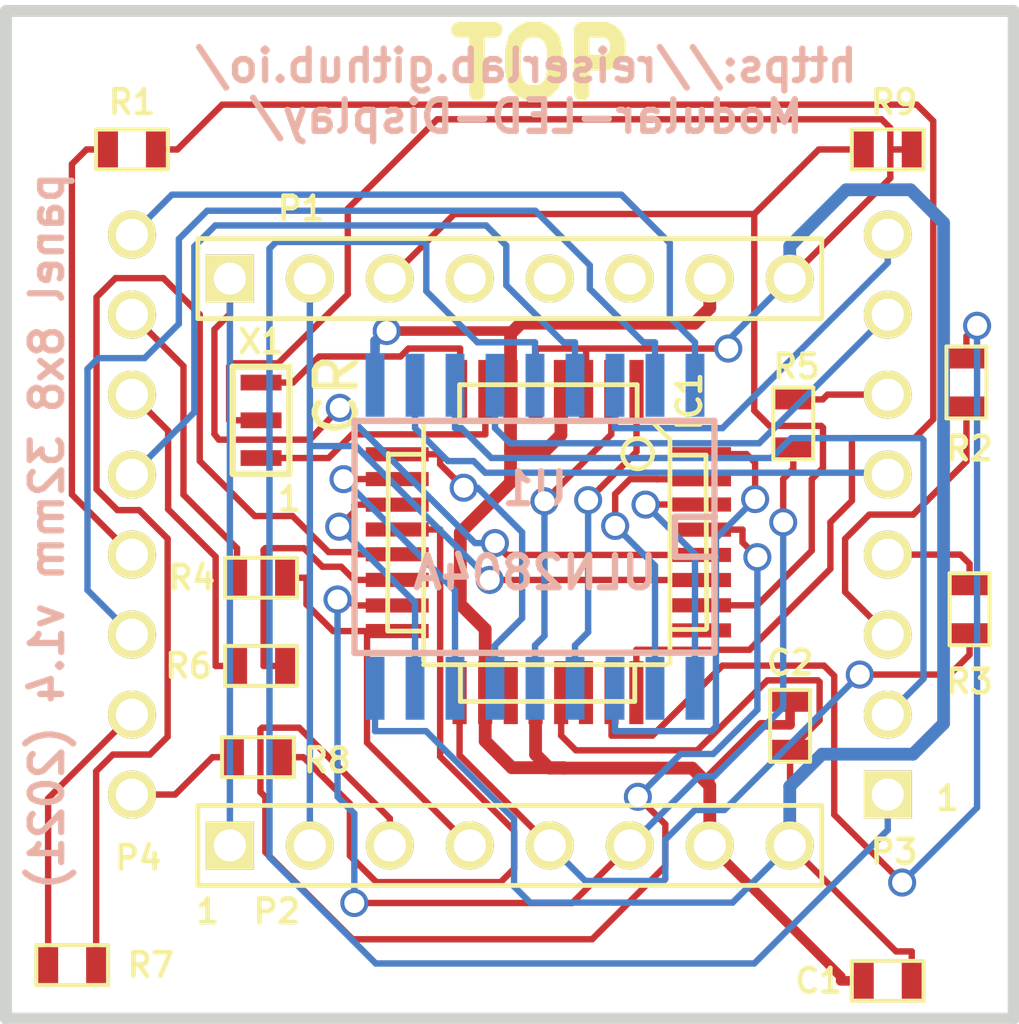
<source format=kicad_pcb>
(kicad_pcb (version 20171130) (host pcbnew 5.1.10)

  (general
    (thickness 1.6002)
    (drawings 12)
    (tracks 407)
    (zones 0)
    (modules 17)
    (nets 41)
  )

  (page A4)
  (title_block
    (date "2 apr 2013")
  )

  (layers
    (0 Front signal)
    (31 Back signal)
    (32 B.Adhes user)
    (33 F.Adhes user)
    (34 B.Paste user)
    (35 F.Paste user)
    (36 B.SilkS user)
    (37 F.SilkS user)
    (38 B.Mask user)
    (39 F.Mask user)
    (40 Dwgs.User user)
    (41 Cmts.User user)
    (42 Eco1.User user)
    (43 Eco2.User user)
    (44 Edge.Cuts user)
  )

  (setup
    (last_trace_width 0.2032)
    (trace_clearance 0.2286)
    (zone_clearance 0.508)
    (zone_45_only no)
    (trace_min 0.2032)
    (via_size 0.889)
    (via_drill 0.635)
    (via_min_size 0.889)
    (via_min_drill 0.508)
    (uvia_size 0.508)
    (uvia_drill 0.127)
    (uvias_allowed no)
    (uvia_min_size 0.508)
    (uvia_min_drill 0.127)
    (edge_width 0.381)
    (segment_width 0.381)
    (pcb_text_width 0.3048)
    (pcb_text_size 1.524 2.032)
    (mod_edge_width 0.2032)
    (mod_text_size 1.524 1.524)
    (mod_text_width 0.1524)
    (pad_size 0.59944 1.99898)
    (pad_drill 0)
    (pad_to_mask_clearance 0.254)
    (aux_axis_origin 0 0)
    (visible_elements FFFFFF7F)
    (pcbplotparams
      (layerselection 0x010f0_ffffffff)
      (usegerberextensions true)
      (usegerberattributes true)
      (usegerberadvancedattributes true)
      (creategerberjobfile true)
      (excludeedgelayer true)
      (linewidth 0.150000)
      (plotframeref false)
      (viasonmask false)
      (mode 1)
      (useauxorigin false)
      (hpglpennumber 1)
      (hpglpenspeed 20)
      (hpglpendiameter 15.000000)
      (psnegative false)
      (psa4output false)
      (plotreference true)
      (plotvalue true)
      (plotinvisibletext false)
      (padsonsilk false)
      (subtractmaskfromsilk false)
      (outputformat 1)
      (mirror false)
      (drillshape 0)
      (scaleselection 1)
      (outputdirectory "production_v1/"))
  )

  (net 0 "")
  (net 1 GND)
  (net 2 N-000004)
  (net 3 N-000005)
  (net 4 N-000008)
  (net 5 N-000009)
  (net 6 N-000013)
  (net 7 N-000014)
  (net 8 N-000015)
  (net 9 N-000016)
  (net 10 N-000017)
  (net 11 N-000018)
  (net 12 N-000019)
  (net 13 N-000020)
  (net 14 N-000021)
  (net 15 N-000022)
  (net 16 N-000023)
  (net 17 N-000024)
  (net 18 N-000025)
  (net 19 N-000026)
  (net 20 N-000027)
  (net 21 N-000028)
  (net 22 N-000029)
  (net 23 N-000030)
  (net 24 N-000031)
  (net 25 N-000032)
  (net 26 N-000033)
  (net 27 N-000034)
  (net 28 N-000035)
  (net 29 N-000036)
  (net 30 N-000037)
  (net 31 N-000038)
  (net 32 N-000039)
  (net 33 N-000040)
  (net 34 N-000041)
  (net 35 N-000042)
  (net 36 N-000043)
  (net 37 N-000044)
  (net 38 N-000045)
  (net 39 N-000046)
  (net 40 VCC)

  (net_class Default "This is the default net class."
    (clearance 0.2286)
    (trace_width 0.2032)
    (via_dia 0.889)
    (via_drill 0.635)
    (uvia_dia 0.508)
    (uvia_drill 0.127)
    (add_net N-000004)
    (add_net N-000005)
    (add_net N-000008)
    (add_net N-000009)
    (add_net N-000013)
    (add_net N-000014)
    (add_net N-000015)
    (add_net N-000016)
    (add_net N-000017)
    (add_net N-000018)
    (add_net N-000019)
    (add_net N-000020)
    (add_net N-000021)
    (add_net N-000022)
    (add_net N-000023)
    (add_net N-000024)
    (add_net N-000025)
    (add_net N-000026)
    (add_net N-000027)
    (add_net N-000028)
    (add_net N-000029)
    (add_net N-000030)
    (add_net N-000031)
    (add_net N-000032)
    (add_net N-000033)
    (add_net N-000034)
    (add_net N-000035)
    (add_net N-000036)
    (add_net N-000037)
    (add_net N-000038)
    (add_net N-000039)
    (add_net N-000040)
    (add_net N-000041)
    (add_net N-000042)
    (add_net N-000043)
    (add_net N-000044)
    (add_net N-000045)
    (add_net N-000046)
  )

  (net_class VCC ""
    (clearance 0.254)
    (trace_width 0.4064)
    (via_dia 0.889)
    (via_drill 0.635)
    (uvia_dia 0.508)
    (uvia_drill 0.127)
    (add_net GND)
    (add_net VCC)
  )

  (module SM0603 placed (layer Front) (tedit 5122DFFE) (tstamp 504E45C0)
    (at 128.00076 72.40016)
    (path /504A9F2F)
    (attr smd)
    (fp_text reference R9 (at 0.20066 -1.50114) (layer F.SilkS)
      (effects (font (size 0.7493 0.7493) (thickness 0.14986)))
    )
    (fp_text value 10K (at 0 0) (layer F.SilkS) hide
      (effects (font (size 0.7112 0.4572) (thickness 0.1143)))
    )
    (fp_line (start -1.143 -0.635) (end 1.143 -0.635) (layer F.SilkS) (width 0.127))
    (fp_line (start 1.143 -0.635) (end 1.143 0.635) (layer F.SilkS) (width 0.127))
    (fp_line (start 1.143 0.635) (end -1.143 0.635) (layer F.SilkS) (width 0.127))
    (fp_line (start -1.143 0.635) (end -1.143 -0.635) (layer F.SilkS) (width 0.127))
    (pad 1 smd rect (at -0.762 0) (size 0.635 1.143) (layers Front F.Paste F.Mask)
      (net 21 N-000028))
    (pad 2 smd rect (at 0.762 0) (size 0.635 1.143) (layers Front F.Paste F.Mask)
      (net 1 GND))
    (model smd/chip_cms.wrl
      (at (xyz 0 0 0))
      (scale (xyz 0.08 0.08 0.08))
      (rotate (xyz 0 0 0))
    )
  )

  (module SM0603 placed (layer Front) (tedit 5122E11A) (tstamp 504FCB78)
    (at 108.0008 91.69908)
    (path /504A6150)
    (attr smd)
    (fp_text reference R8 (at 2.19964 0.09906) (layer F.SilkS)
      (effects (font (size 0.7493 0.7493) (thickness 0.14986)))
    )
    (fp_text value 82 (at 0 0) (layer F.SilkS) hide
      (effects (font (size 0.7112 0.4572) (thickness 0.1143)))
    )
    (fp_line (start -1.143 -0.635) (end 1.143 -0.635) (layer F.SilkS) (width 0.127))
    (fp_line (start 1.143 -0.635) (end 1.143 0.635) (layer F.SilkS) (width 0.127))
    (fp_line (start 1.143 0.635) (end -1.143 0.635) (layer F.SilkS) (width 0.127))
    (fp_line (start -1.143 0.635) (end -1.143 -0.635) (layer F.SilkS) (width 0.127))
    (pad 1 smd rect (at -0.762 0) (size 0.635 1.143) (layers Front F.Paste F.Mask)
      (net 36 N-000043))
    (pad 2 smd rect (at 0.762 0) (size 0.635 1.143) (layers Front F.Paste F.Mask)
      (net 16 N-000023))
    (model smd/chip_cms.wrl
      (at (xyz 0 0 0))
      (scale (xyz 0.08 0.08 0.08))
      (rotate (xyz 0 0 0))
    )
  )

  (module SM0603 placed (layer Front) (tedit 512661E6) (tstamp 51030CBE)
    (at 102.10038 98.30054)
    (path /504A6174)
    (attr smd)
    (fp_text reference R7 (at 2.49936 0) (layer F.SilkS)
      (effects (font (size 0.7493 0.7493) (thickness 0.14986)))
    )
    (fp_text value 82 (at 0 0) (layer F.SilkS) hide
      (effects (font (size 0.7112 0.4572) (thickness 0.1143)))
    )
    (fp_line (start -1.143 -0.635) (end 1.143 -0.635) (layer F.SilkS) (width 0.127))
    (fp_line (start 1.143 -0.635) (end 1.143 0.635) (layer F.SilkS) (width 0.127))
    (fp_line (start 1.143 0.635) (end -1.143 0.635) (layer F.SilkS) (width 0.127))
    (fp_line (start -1.143 0.635) (end -1.143 -0.635) (layer F.SilkS) (width 0.127))
    (pad 1 smd rect (at -0.762 0) (size 0.635 1.143) (layers Front F.Paste F.Mask)
      (net 35 N-000042))
    (pad 2 smd rect (at 0.762 0) (size 0.635 1.143) (layers Front F.Paste F.Mask)
      (net 27 N-000034))
    (model smd/chip_cms.wrl
      (at (xyz 0 0 0))
      (scale (xyz 0.08 0.08 0.08))
      (rotate (xyz 0 0 0))
    )
  )

  (module SM0603 placed (layer Front) (tedit 51031380) (tstamp 504E45BA)
    (at 108.09986 88.80094)
    (path /504A61B4)
    (attr smd)
    (fp_text reference R6 (at -2.30124 0) (layer F.SilkS)
      (effects (font (size 0.7493 0.7493) (thickness 0.14986)))
    )
    (fp_text value 82 (at 0 0) (layer F.SilkS) hide
      (effects (font (size 0.7112 0.4572) (thickness 0.1143)))
    )
    (fp_line (start -1.143 -0.635) (end 1.143 -0.635) (layer F.SilkS) (width 0.127))
    (fp_line (start 1.143 -0.635) (end 1.143 0.635) (layer F.SilkS) (width 0.127))
    (fp_line (start 1.143 0.635) (end -1.143 0.635) (layer F.SilkS) (width 0.127))
    (fp_line (start -1.143 0.635) (end -1.143 -0.635) (layer F.SilkS) (width 0.127))
    (pad 1 smd rect (at -0.762 0) (size 0.635 1.143) (layers Front F.Paste F.Mask)
      (net 31 N-000038))
    (pad 2 smd rect (at 0.762 0) (size 0.635 1.143) (layers Front F.Paste F.Mask)
      (net 25 N-000032))
    (model smd/chip_cms.wrl
      (at (xyz 0 0 0))
      (scale (xyz 0.08 0.08 0.08))
      (rotate (xyz 0 0 0))
    )
  )

  (module SM0603 placed (layer Front) (tedit 510312E6) (tstamp 504E45B8)
    (at 125.00102 81.09966 270)
    (path /504A61B3)
    (attr smd)
    (fp_text reference R5 (at -1.80086 -0.09906) (layer F.SilkS)
      (effects (font (size 0.7493 0.7493) (thickness 0.14986)))
    )
    (fp_text value 82 (at 0 0 270) (layer F.SilkS) hide
      (effects (font (size 0.7112 0.4572) (thickness 0.1143)))
    )
    (fp_line (start -1.143 -0.635) (end 1.143 -0.635) (layer F.SilkS) (width 0.127))
    (fp_line (start 1.143 -0.635) (end 1.143 0.635) (layer F.SilkS) (width 0.127))
    (fp_line (start 1.143 0.635) (end -1.143 0.635) (layer F.SilkS) (width 0.127))
    (fp_line (start -1.143 0.635) (end -1.143 -0.635) (layer F.SilkS) (width 0.127))
    (pad 1 smd rect (at -0.762 0 270) (size 0.635 1.143) (layers Front F.Paste F.Mask)
      (net 26 N-000033))
    (pad 2 smd rect (at 0.762 0 270) (size 0.635 1.143) (layers Front F.Paste F.Mask)
      (net 8 N-000015))
    (model smd/chip_cms.wrl
      (at (xyz 0 0 0))
      (scale (xyz 0.08 0.08 0.08))
      (rotate (xyz 0 0 0))
    )
  )

  (module SM0603 placed (layer Front) (tedit 5122E1C2) (tstamp 504E45B6)
    (at 108.09986 85.99932)
    (path /504A61B7)
    (attr smd)
    (fp_text reference R4 (at -2.19964 0) (layer F.SilkS)
      (effects (font (size 0.7493 0.7493) (thickness 0.14986)))
    )
    (fp_text value 82 (at 0 0) (layer F.SilkS) hide
      (effects (font (size 0.7112 0.4572) (thickness 0.1143)))
    )
    (fp_line (start -1.143 -0.635) (end 1.143 -0.635) (layer F.SilkS) (width 0.127))
    (fp_line (start 1.143 -0.635) (end 1.143 0.635) (layer F.SilkS) (width 0.127))
    (fp_line (start 1.143 0.635) (end -1.143 0.635) (layer F.SilkS) (width 0.127))
    (fp_line (start -1.143 0.635) (end -1.143 -0.635) (layer F.SilkS) (width 0.127))
    (pad 1 smd rect (at -0.762 0) (size 0.635 1.143) (layers Front F.Paste F.Mask)
      (net 30 N-000037))
    (pad 2 smd rect (at 0.762 0) (size 0.635 1.143) (layers Front F.Paste F.Mask)
      (net 7 N-000014))
    (model smd/chip_cms.wrl
      (at (xyz 0 0 0))
      (scale (xyz 0.08 0.08 0.08))
      (rotate (xyz 0 0 0))
    )
  )

  (module SM0603 placed (layer Front) (tedit 5122DDAF) (tstamp 504E45B4)
    (at 130.59918 87.00008 270)
    (path /504A61B8)
    (attr smd)
    (fp_text reference R3 (at 2.2987 0) (layer F.SilkS)
      (effects (font (size 0.7493 0.7493) (thickness 0.14986)))
    )
    (fp_text value 82 (at 0 0 270) (layer F.SilkS) hide
      (effects (font (size 0.7112 0.4572) (thickness 0.1143)))
    )
    (fp_line (start -1.143 -0.635) (end 1.143 -0.635) (layer F.SilkS) (width 0.127))
    (fp_line (start 1.143 -0.635) (end 1.143 0.635) (layer F.SilkS) (width 0.127))
    (fp_line (start 1.143 0.635) (end -1.143 0.635) (layer F.SilkS) (width 0.127))
    (fp_line (start -1.143 0.635) (end -1.143 -0.635) (layer F.SilkS) (width 0.127))
    (pad 1 smd rect (at -0.762 0 270) (size 0.635 1.143) (layers Front F.Paste F.Mask)
      (net 28 N-000035))
    (pad 2 smd rect (at 0.762 0 270) (size 0.635 1.143) (layers Front F.Paste F.Mask)
      (net 39 N-000046))
    (model smd/chip_cms.wrl
      (at (xyz 0 0 0))
      (scale (xyz 0.08 0.08 0.08))
      (rotate (xyz 0 0 0))
    )
  )

  (module SM0603 placed (layer Front) (tedit 5122DDAB) (tstamp 5052666E)
    (at 130.50012 79.79918 90)
    (path /504A8490)
    (attr smd)
    (fp_text reference R2 (at -2.10058 0.09906 180) (layer F.SilkS)
      (effects (font (size 0.7493 0.7493) (thickness 0.14986)))
    )
    (fp_text value 82 (at 0 0 90) (layer F.SilkS) hide
      (effects (font (size 0.7112 0.4572) (thickness 0.1143)))
    )
    (fp_line (start -1.143 -0.635) (end 1.143 -0.635) (layer F.SilkS) (width 0.127))
    (fp_line (start 1.143 -0.635) (end 1.143 0.635) (layer F.SilkS) (width 0.127))
    (fp_line (start 1.143 0.635) (end -1.143 0.635) (layer F.SilkS) (width 0.127))
    (fp_line (start -1.143 0.635) (end -1.143 -0.635) (layer F.SilkS) (width 0.127))
    (pad 1 smd rect (at -0.762 0 90) (size 0.635 1.143) (layers Front F.Paste F.Mask)
      (net 2 N-000004))
    (pad 2 smd rect (at 0.762 0 90) (size 0.635 1.143) (layers Front F.Paste F.Mask)
      (net 19 N-000026))
    (model smd/chip_cms.wrl
      (at (xyz 0 0 0))
      (scale (xyz 0.08 0.08 0.08))
      (rotate (xyz 0 0 0))
    )
  )

  (module SM0603 placed (layer Front) (tedit 5122E003) (tstamp 504E45B0)
    (at 104.0003 72.40016)
    (path /504A848F)
    (attr smd)
    (fp_text reference R1 (at 0 -1.50114) (layer F.SilkS)
      (effects (font (size 0.7493 0.7493) (thickness 0.14986)))
    )
    (fp_text value 82 (at 0 0) (layer F.SilkS) hide
      (effects (font (size 0.7112 0.4572) (thickness 0.1143)))
    )
    (fp_line (start -1.143 -0.635) (end 1.143 -0.635) (layer F.SilkS) (width 0.127))
    (fp_line (start 1.143 -0.635) (end 1.143 0.635) (layer F.SilkS) (width 0.127))
    (fp_line (start 1.143 0.635) (end -1.143 0.635) (layer F.SilkS) (width 0.127))
    (fp_line (start -1.143 0.635) (end -1.143 -0.635) (layer F.SilkS) (width 0.127))
    (pad 1 smd rect (at -0.762 0) (size 0.635 1.143) (layers Front F.Paste F.Mask)
      (net 33 N-000040))
    (pad 2 smd rect (at 0.762 0) (size 0.635 1.143) (layers Front F.Paste F.Mask)
      (net 20 N-000027))
    (model smd/chip_cms.wrl
      (at (xyz 0 0 0))
      (scale (xyz 0.08 0.08 0.08))
      (rotate (xyz 0 0 0))
    )
  )

  (module TQFP32 placed (layer Front) (tedit 5122E102) (tstamp 504A5F2E)
    (at 117.19814 84.8995 270)
    (path /4FC6BF13)
    (fp_text reference IC1 (at -4.50088 -4.50088 270) (layer F.SilkS)
      (effects (font (size 0.7493 0.7493) (thickness 0.14986)))
    )
    (fp_text value ATMEGA168-A (at -0.39878 7.0993 270) (layer F.SilkS) hide
      (effects (font (size 1.27 1.016) (thickness 0.2032)))
    )
    (fp_line (start 5.0292 2.7686) (end 3.8862 2.7686) (layer F.SilkS) (width 0.1524))
    (fp_line (start 5.0292 -2.7686) (end 3.9116 -2.7686) (layer F.SilkS) (width 0.1524))
    (fp_line (start 5.0292 2.7686) (end 5.0292 -2.7686) (layer F.SilkS) (width 0.1524))
    (fp_line (start 2.794 3.9624) (end 2.794 5.0546) (layer F.SilkS) (width 0.1524))
    (fp_line (start -2.8194 3.9878) (end -2.8194 5.0546) (layer F.SilkS) (width 0.1524))
    (fp_line (start -2.8448 5.0546) (end 2.794 5.08) (layer F.SilkS) (width 0.1524))
    (fp_line (start -2.794 -5.0292) (end 2.7178 -5.0546) (layer F.SilkS) (width 0.1524))
    (fp_line (start -3.8862 -3.2766) (end -3.8862 3.9116) (layer F.SilkS) (width 0.1524))
    (fp_line (start 2.7432 -5.0292) (end 2.7432 -3.9878) (layer F.SilkS) (width 0.1524))
    (fp_line (start -3.2512 -3.8862) (end 3.81 -3.8862) (layer F.SilkS) (width 0.1524))
    (fp_line (start 3.8608 3.937) (end 3.8608 -3.7846) (layer F.SilkS) (width 0.1524))
    (fp_line (start -3.8862 3.937) (end 3.7338 3.937) (layer F.SilkS) (width 0.1524))
    (fp_line (start -5.0292 -2.8448) (end -5.0292 2.794) (layer F.SilkS) (width 0.1524))
    (fp_line (start -5.0292 2.794) (end -3.8862 2.794) (layer F.SilkS) (width 0.1524))
    (fp_line (start -3.87604 -3.302) (end -3.29184 -3.8862) (layer F.SilkS) (width 0.1524))
    (fp_line (start -5.02412 -2.8448) (end -3.87604 -2.8448) (layer F.SilkS) (width 0.1524))
    (fp_line (start -2.794 -3.8862) (end -2.794 -5.03428) (layer F.SilkS) (width 0.1524))
    (fp_circle (center -2.83972 -2.86004) (end -2.43332 -2.60604) (layer F.SilkS) (width 0.1524))
    (pad 8 smd rect (at -4.81584 2.77622 270) (size 1.99898 0.44958) (layers Front F.Paste F.Mask)
      (net 10 N-000017))
    (pad 7 smd rect (at -4.81584 1.97612 270) (size 1.99898 0.44958) (layers Front F.Paste F.Mask)
      (net 38 N-000045))
    (pad 6 smd rect (at -4.81584 1.17602 270) (size 1.99898 0.44958) (layers Front F.Paste F.Mask)
      (net 40 VCC))
    (pad 5 smd rect (at -4.81584 0.37592 270) (size 1.99898 0.44958) (layers Front F.Paste F.Mask)
      (net 1 GND))
    (pad 4 smd rect (at -4.81584 -0.42418 270) (size 1.99898 0.44958) (layers Front F.Paste F.Mask)
      (net 40 VCC))
    (pad 3 smd rect (at -4.81584 -1.22428 270) (size 1.99898 0.44958) (layers Front F.Paste F.Mask)
      (net 1 GND))
    (pad 2 smd rect (at -4.81584 -2.02438 270) (size 1.99898 0.44958) (layers Front F.Paste F.Mask)
      (net 9 N-000016))
    (pad 1 smd rect (at -4.81584 -2.82448 270) (size 1.99898 0.44958) (layers Front F.Paste F.Mask)
      (net 17 N-000024))
    (pad 24 smd rect (at 4.7498 -2.8194 270) (size 1.99898 0.44958) (layers Front F.Paste F.Mask)
      (net 20 N-000027))
    (pad 17 smd rect (at 4.7498 2.794 270) (size 1.99898 0.44958) (layers Front F.Paste F.Mask)
      (net 39 N-000046))
    (pad 18 smd rect (at 4.7498 1.9812 270) (size 1.99898 0.44958) (layers Front F.Paste F.Mask)
      (net 40 VCC))
    (pad 19 smd rect (at 4.7498 1.1684 270) (size 1.99898 0.44958) (layers Front F.Paste F.Mask))
    (pad 20 smd rect (at 4.7498 0.381 270) (size 1.99898 0.44958) (layers Front F.Paste F.Mask)
      (net 40 VCC))
    (pad 21 smd rect (at 4.7498 -0.4318 270) (size 1.99898 0.44958) (layers Front F.Paste F.Mask)
      (net 1 GND))
    (pad 22 smd rect (at 4.7498 -1.2192 270) (size 1.99898 0.44958) (layers Front F.Paste F.Mask))
    (pad 23 smd rect (at 4.7498 -2.032 270) (size 1.99898 0.44958) (layers Front F.Paste F.Mask)
      (net 19 N-000026))
    (pad 32 smd rect (at -2.82448 -4.826 270) (size 0.44958 1.99898) (layers Front F.Paste F.Mask)
      (net 18 N-000025))
    (pad 31 smd rect (at -2.02692 -4.826 270) (size 0.44958 1.99898) (layers Front F.Paste F.Mask)
      (net 15 N-000022))
    (pad 30 smd rect (at -1.22428 -4.826 270) (size 0.44958 1.99898) (layers Front F.Paste F.Mask)
      (net 13 N-000020))
    (pad 29 smd rect (at -0.42672 -4.826 270) (size 0.44958 1.99898) (layers Front F.Paste F.Mask)
      (net 22 N-000029))
    (pad 28 smd rect (at 0.37592 -4.826 270) (size 0.44958 1.99898) (layers Front F.Paste F.Mask)
      (net 3 N-000005))
    (pad 27 smd rect (at 1.17348 -4.826 270) (size 0.44958 1.99898) (layers Front F.Paste F.Mask)
      (net 6 N-000013))
    (pad 26 smd rect (at 1.97612 -4.826 270) (size 0.44958 1.99898) (layers Front F.Paste F.Mask)
      (net 21 N-000028))
    (pad 25 smd rect (at 2.77368 -4.826 270) (size 0.44958 1.99898) (layers Front F.Paste F.Mask))
    (pad 9 smd rect (at -2.8194 4.7752 270) (size 0.44958 1.99898) (layers Front F.Paste F.Mask)
      (net 11 N-000018))
    (pad 10 smd rect (at -2.032 4.7752 270) (size 0.44958 1.99898) (layers Front F.Paste F.Mask)
      (net 12 N-000019))
    (pad 11 smd rect (at -1.2192 4.7752 270) (size 0.44958 1.99898) (layers Front F.Paste F.Mask)
      (net 14 N-000021))
    (pad 12 smd rect (at -0.4318 4.7752 270) (size 0.44958 1.99898) (layers Front F.Paste F.Mask)
      (net 16 N-000023))
    (pad 13 smd rect (at 0.3556 4.7752 270) (size 0.44958 1.99898) (layers Front F.Paste F.Mask)
      (net 27 N-000034))
    (pad 14 smd rect (at 1.1684 4.7752 270) (size 0.44958 1.99898) (layers Front F.Paste F.Mask)
      (net 25 N-000032))
    (pad 15 smd rect (at 1.9812 4.7752 270) (size 0.44958 1.99898) (layers Front F.Paste F.Mask)
      (net 8 N-000015))
    (pad 16 smd rect (at 2.794 4.7752 270) (size 0.44958 1.99898) (layers Front F.Paste F.Mask)
      (net 7 N-000014))
    (model smd/tqfp32.wrl
      (at (xyz 0 0 0))
      (scale (xyz 1 1 1))
      (rotate (xyz 0 0 0))
    )
  )

  (module LED_8x8 (layer Front) (tedit 5102FDA6) (tstamp 504E479F)
    (at 115.99926 83.9978)
    (descr "LED 8x8 Matrix w/ 8x1 Peel-A-Way connectors (terminal type 210)")
    (tags LED)
    (path /504A5C6B)
    (fp_text reference MATRIX1 (at 0.9906 -10.9474) (layer F.SilkS) hide
      (effects (font (size 0.7493 0.7493) (thickness 0.14986)))
    )
    (fp_text value LED_8X8 (at 0 3.302) (layer F.SilkS) hide
      (effects (font (size 1.016 1.016) (thickness 0.2032)))
    )
    (fp_line (start -15.99946 -15.99946) (end 15.99946 -15.99946) (layer Dwgs.User) (width 0.3048))
    (fp_line (start 15.99946 -15.99946) (end 15.99946 15.99946) (layer Dwgs.User) (width 0.3048))
    (fp_line (start 15.99946 15.99946) (end -15.99946 15.99946) (layer Dwgs.User) (width 0.3048))
    (fp_line (start -15.99946 15.99946) (end -15.99946 -15.99946) (layer Dwgs.User) (width 0.3048))
    (fp_line (start -10.72896 -9.90854) (end -10.72896 9.90346) (layer Dwgs.User) (width 0.3048))
    (fp_line (start -13.26896 9.90346) (end -13.26896 -9.90854) (layer Dwgs.User) (width 0.3048))
    (fp_line (start -13.26896 9.90346) (end -10.72896 9.90346) (layer Dwgs.User) (width 0.3048))
    (fp_line (start -13.26896 -9.90854) (end -10.72896 -9.90854) (layer Dwgs.User) (width 0.3048))
    (fp_line (start 10.7315 -9.90854) (end 13.2715 -9.90854) (layer Dwgs.User) (width 0.3048))
    (fp_line (start 10.7315 9.90346) (end 13.2715 9.90346) (layer Dwgs.User) (width 0.3048))
    (fp_line (start 10.7315 9.90346) (end 10.7315 -9.90854) (layer Dwgs.User) (width 0.3048))
    (fp_line (start 13.2715 -9.90854) (end 13.2715 9.90346) (layer Dwgs.User) (width 0.3048))
    (pad 9 thru_hole circle (at -11.99896 -8.89254 90) (size 1.524 1.524) (drill 1.016) (layers *.Cu *.Mask F.SilkS)
      (net 24 N-000031))
    (pad 10 thru_hole circle (at -11.99896 -6.35254 90) (size 1.524 1.524) (drill 1.016) (layers *.Cu *.Mask F.SilkS)
      (net 30 N-000037))
    (pad 11 thru_hole circle (at -11.99896 -3.81254 90) (size 1.524 1.524) (drill 1.016) (layers *.Cu *.Mask F.SilkS)
      (net 31 N-000038))
    (pad 12 thru_hole circle (at -11.99896 -1.27254 90) (size 1.524 1.524) (drill 1.016) (layers *.Cu *.Mask F.SilkS)
      (net 32 N-000039))
    (pad 13 thru_hole circle (at -11.99896 1.26746 90) (size 1.524 1.524) (drill 1.016) (layers *.Cu *.Mask F.SilkS)
      (net 33 N-000040))
    (pad 14 thru_hole circle (at -11.99896 3.80746 90) (size 1.524 1.524) (drill 1.016) (layers *.Cu *.Mask F.SilkS)
      (net 34 N-000041))
    (pad 15 thru_hole circle (at -11.99896 6.34746 90) (size 1.524 1.524) (drill 1.016) (layers *.Cu *.Mask F.SilkS)
      (net 35 N-000042))
    (pad 16 thru_hole circle (at -11.99896 8.88746) (size 1.524 1.524) (drill 1.016) (layers *.Cu *.Mask F.SilkS)
      (net 36 N-000043))
    (pad 1 thru_hole rect (at 12.0015 8.88746) (size 1.524 1.524) (drill 1.016) (layers *.Cu *.Mask F.SilkS)
      (net 4 N-000008))
    (pad 2 thru_hole circle (at 12.0015 6.34746 90) (size 1.524 1.524) (drill 1.016) (layers *.Cu *.Mask F.SilkS)
      (net 37 N-000044))
    (pad 3 thru_hole circle (at 12.0015 3.80746 90) (size 1.524 1.524) (drill 1.016) (layers *.Cu *.Mask F.SilkS)
      (net 2 N-000004))
    (pad 4 thru_hole circle (at 12.0015 1.26746 90) (size 1.524 1.524) (drill 1.016) (layers *.Cu *.Mask F.SilkS)
      (net 28 N-000035))
    (pad 5 thru_hole circle (at 12.0015 -1.27254 90) (size 1.524 1.524) (drill 1.016) (layers *.Cu *.Mask F.SilkS)
      (net 23 N-000030))
    (pad 6 thru_hole circle (at 12.0015 -3.81254 90) (size 1.524 1.524) (drill 1.016) (layers *.Cu *.Mask F.SilkS)
      (net 26 N-000033))
    (pad 7 thru_hole circle (at 12.0015 -6.35254 90) (size 1.524 1.524) (drill 1.016) (layers *.Cu *.Mask F.SilkS)
      (net 29 N-000036))
    (pad 8 thru_hole circle (at 12.0015 -8.89254 90) (size 1.524 1.524) (drill 1.016) (layers *.Cu *.Mask F.SilkS)
      (net 5 N-000009))
  )

  (module SM0603 (layer Front) (tedit 51007446) (tstamp 504FBC90)
    (at 124.89942 90.70086 270)
    (path /504FBC27)
    (attr smd)
    (fp_text reference C2 (at -1.99898 0) (layer F.SilkS)
      (effects (font (size 0.7493 0.7493) (thickness 0.14986)))
    )
    (fp_text value 0.1uF (at 0 0 270) (layer F.SilkS) hide
      (effects (font (size 0.7112 0.4572) (thickness 0.1143)))
    )
    (fp_line (start -1.143 -0.635) (end 1.143 -0.635) (layer F.SilkS) (width 0.127))
    (fp_line (start 1.143 -0.635) (end 1.143 0.635) (layer F.SilkS) (width 0.127))
    (fp_line (start 1.143 0.635) (end -1.143 0.635) (layer F.SilkS) (width 0.127))
    (fp_line (start -1.143 0.635) (end -1.143 -0.635) (layer F.SilkS) (width 0.127))
    (pad 1 smd rect (at -0.762 0 270) (size 0.635 1.143) (layers Front F.Paste F.Mask)
      (net 40 VCC))
    (pad 2 smd rect (at 0.762 0 270) (size 0.635 1.143) (layers Front F.Paste F.Mask)
      (net 1 GND))
    (model smd/chip_cms.wrl
      (at (xyz 0 0 0))
      (scale (xyz 0.08 0.08 0.08))
      (rotate (xyz 0 0 0))
    )
  )

  (module SM0603 (layer Front) (tedit 5103138D) (tstamp 510305CF)
    (at 128.00076 98.80092)
    (path /504E3A3D)
    (attr smd)
    (fp_text reference C1 (at -2.19964 0) (layer F.SilkS)
      (effects (font (size 0.7493 0.7493) (thickness 0.14986)))
    )
    (fp_text value 0.1uF (at 0 0) (layer F.SilkS) hide
      (effects (font (size 0.7112 0.4572) (thickness 0.1143)))
    )
    (fp_line (start -1.143 -0.635) (end 1.143 -0.635) (layer F.SilkS) (width 0.127))
    (fp_line (start 1.143 -0.635) (end 1.143 0.635) (layer F.SilkS) (width 0.127))
    (fp_line (start 1.143 0.635) (end -1.143 0.635) (layer F.SilkS) (width 0.127))
    (fp_line (start -1.143 0.635) (end -1.143 -0.635) (layer F.SilkS) (width 0.127))
    (pad 1 smd rect (at -0.762 0) (size 0.635 1.143) (layers Front F.Paste F.Mask)
      (net 40 VCC))
    (pad 2 smd rect (at 0.762 0) (size 0.635 1.143) (layers Front F.Paste F.Mask)
      (net 1 GND))
    (model smd/chip_cms.wrl
      (at (xyz 0 0 0))
      (scale (xyz 0.08 0.08 0.08))
      (rotate (xyz 0 0 0))
    )
  )

  (module CONN_8x1 (layer Front) (tedit 5102FA44) (tstamp 504F7B00)
    (at 115.99926 76.49972)
    (descr "Pin connector 8x1")
    (tags CONN)
    (path /504A999C)
    (fp_text reference P1 (at -6.6294 -2.21996) (layer F.SilkS)
      (effects (font (size 0.7493 0.7493) (thickness 0.14986)))
    )
    (fp_text value CONN_8 (at 0 3.302) (layer F.SilkS) hide
      (effects (font (size 1.016 1.016) (thickness 0.2032)))
    )
    (fp_line (start 9.906 -1.27) (end 9.906 1.27) (layer F.SilkS) (width 0.1524))
    (fp_line (start -9.906 -1.27) (end -9.906 1.27) (layer F.SilkS) (width 0.1524))
    (fp_line (start -9.906 -1.27) (end 9.906 -1.27) (layer F.SilkS) (width 0.1524))
    (fp_line (start 9.906 1.27) (end -9.906 1.27) (layer F.SilkS) (width 0.1524))
    (pad 1 thru_hole rect (at -8.89 0) (size 1.524 1.524) (drill 1.016) (layers *.Cu *.Mask F.SilkS)
      (net 3 N-000005))
    (pad 2 thru_hole circle (at -6.35 0) (size 1.524 1.524) (drill 1.016) (layers *.Cu *.Mask F.SilkS)
      (net 6 N-000013))
    (pad 3 thru_hole circle (at -3.81 0) (size 1.524 1.524) (drill 1.016) (layers *.Cu *.Mask F.SilkS)
      (net 21 N-000028))
    (pad 4 thru_hole circle (at -1.27 0) (size 1.524 1.524) (drill 1.016) (layers *.Cu *.Mask F.SilkS))
    (pad 5 thru_hole circle (at 1.27 0) (size 1.524 1.524) (drill 1.016) (layers *.Cu *.Mask F.SilkS))
    (pad 6 thru_hole circle (at 3.81 0) (size 1.524 1.524) (drill 1.016) (layers *.Cu *.Mask F.SilkS))
    (pad 7 thru_hole circle (at 6.35 0) (size 1.524 1.524) (drill 1.016) (layers *.Cu *.Mask F.SilkS)
      (net 40 VCC))
    (pad 8 thru_hole circle (at 8.89 0) (size 1.524 1.524) (drill 1.016) (layers *.Cu *.Mask F.SilkS)
      (net 1 GND))
  )

  (module CONN_8x1 (layer Front) (tedit 51266B9A) (tstamp 504F6879)
    (at 115.99926 94.5007)
    (descr "Pin connector 8x1")
    (tags CONN)
    (path /504A9C94)
    (fp_text reference P2 (at -7.39902 2.09804) (layer F.SilkS)
      (effects (font (size 0.7493 0.7493) (thickness 0.14986)))
    )
    (fp_text value CONN_8 (at 0 3.302) (layer F.SilkS) hide
      (effects (font (size 1.016 1.016) (thickness 0.2032)))
    )
    (fp_line (start 9.906 -1.27) (end 9.906 1.27) (layer F.SilkS) (width 0.1524))
    (fp_line (start -9.906 -1.27) (end -9.906 1.27) (layer F.SilkS) (width 0.1524))
    (fp_line (start -9.906 -1.27) (end 9.906 -1.27) (layer F.SilkS) (width 0.1524))
    (fp_line (start 9.906 1.27) (end -9.906 1.27) (layer F.SilkS) (width 0.1524))
    (pad 1 thru_hole rect (at -8.89 0) (size 1.524 1.524) (drill 1.016) (layers *.Cu *.Mask F.SilkS)
      (net 3 N-000005))
    (pad 2 thru_hole circle (at -6.35 0) (size 1.524 1.524) (drill 1.016) (layers *.Cu *.Mask F.SilkS)
      (net 6 N-000013))
    (pad 3 thru_hole circle (at -3.81 0) (size 1.524 1.524) (drill 1.016) (layers *.Cu *.Mask F.SilkS)
      (net 22 N-000029))
    (pad 4 thru_hole circle (at -1.27 0) (size 1.524 1.524) (drill 1.016) (layers *.Cu *.Mask F.SilkS)
      (net 7 N-000014))
    (pad 5 thru_hole circle (at 1.27 0) (size 1.524 1.524) (drill 1.016) (layers *.Cu *.Mask F.SilkS)
      (net 39 N-000046))
    (pad 6 thru_hole circle (at 3.81 0) (size 1.524 1.524) (drill 1.016) (layers *.Cu *.Mask F.SilkS)
      (net 8 N-000015))
    (pad 7 thru_hole circle (at 6.35 0) (size 1.524 1.524) (drill 1.016) (layers *.Cu *.Mask F.SilkS)
      (net 40 VCC))
    (pad 8 thru_hole circle (at 8.89 0) (size 1.524 1.524) (drill 1.016) (layers *.Cu *.Mask F.SilkS)
      (net 1 GND))
  )

  (module XZL_SOP18 (layer Back) (tedit 5102F425) (tstamp 5052738B)
    (at 116.79936 84.69884 180)
    (path /504A83E6)
    (attr smd)
    (fp_text reference U1 (at 0 1.524 180) (layer B.SilkS)
      (effects (font (size 1.016 1.016) (thickness 0.2032)) (justify mirror))
    )
    (fp_text value ULN2804A (at 0 -1.143 180) (layer B.SilkS)
      (effects (font (size 1.016 1.016) (thickness 0.2032)) (justify mirror))
    )
    (fp_line (start -5.69976 3.68046) (end 5.73024 3.68046) (layer B.SilkS) (width 0.2032))
    (fp_line (start -5.69976 -3.68046) (end 5.73024 -3.69062) (layer B.SilkS) (width 0.2032))
    (fp_line (start -5.69976 -3.68046) (end -5.69976 3.68046) (layer B.SilkS) (width 0.2032))
    (fp_line (start 5.73024 -3.68046) (end 5.73024 3.68046) (layer B.SilkS) (width 0.2032))
    (fp_line (start -5.715 0.635) (end -4.445 0.635) (layer B.SilkS) (width 0.2032))
    (fp_line (start -4.445 0.635) (end -4.445 -0.635) (layer B.SilkS) (width 0.2032))
    (fp_line (start -4.445 -0.635) (end -5.715 -0.635) (layer B.SilkS) (width 0.2032))
    (pad 1 smd rect (at -5.08 -4.81076 180) (size 0.59944 1.99898) (layers Back B.Paste B.Mask)
      (net 13 N-000020))
    (pad 2 smd rect (at -3.81 -4.81076 180) (size 0.59944 1.99898) (layers Back B.Paste B.Mask)
      (net 15 N-000022))
    (pad 3 smd rect (at -2.54 -4.81076 180) (size 0.59944 1.99898) (layers Back B.Paste B.Mask)
      (net 18 N-000025))
    (pad 4 smd rect (at -1.27 -4.81076 180) (size 0.59944 1.99898) (layers Back B.Paste B.Mask)
      (net 17 N-000024))
    (pad 5 smd rect (at 0 -4.81076 180) (size 0.59944 1.99898) (layers Back B.Paste B.Mask)
      (net 9 N-000016))
    (pad 6 smd rect (at 1.27 -4.81076 180) (size 0.59944 1.99898) (layers Back B.Paste B.Mask)
      (net 11 N-000018))
    (pad 7 smd rect (at 2.54 -4.81076 180) (size 0.59944 1.99898) (layers Back B.Paste B.Mask)
      (net 12 N-000019))
    (pad 8 smd rect (at 3.81 -4.81076 180) (size 0.59944 1.99898) (layers Back B.Paste B.Mask)
      (net 14 N-000021))
    (pad 9 smd rect (at 5.08 -4.81076 180) (size 0.59944 1.99898) (layers Back B.Paste B.Mask)
      (net 1 GND))
    (pad 18 smd rect (at -5.08 4.81076 180) (size 0.59944 1.99898) (layers Back B.Paste B.Mask)
      (net 24 N-000031))
    (pad 17 smd rect (at -3.81 4.81076 180) (size 0.59944 1.99898) (layers Back B.Paste B.Mask)
      (net 34 N-000041))
    (pad 16 smd rect (at -2.54 4.81076 180) (size 0.59944 1.99898) (layers Back B.Paste B.Mask)
      (net 5 N-000009))
    (pad 15 smd rect (at -1.27 4.81076 180) (size 0.59944 1.99898) (layers Back B.Paste B.Mask)
      (net 32 N-000039))
    (pad 14 smd rect (at 0 4.81076 180) (size 0.59944 1.99898) (layers Back B.Paste B.Mask)
      (net 4 N-000008))
    (pad 13 smd rect (at 1.27 4.81076 180) (size 0.59944 1.99898) (layers Back B.Paste B.Mask)
      (net 29 N-000036))
    (pad 12 smd rect (at 2.54 4.81076 180) (size 0.59944 1.99898) (layers Back B.Paste B.Mask)
      (net 37 N-000044))
    (pad 11 smd rect (at 3.81 4.81076 180) (size 0.59944 1.99898) (layers Back B.Paste B.Mask)
      (net 23 N-000030))
    (pad 10 smd rect (at 5.08 4.81076 180) (size 0.59944 1.99898) (layers Back B.Paste B.Mask)
      (net 40 VCC))
    (model smd/cms_soj24.wrl
      (at (xyz 0 0 0))
      (scale (xyz 0.5 0.6 0.5))
      (rotate (xyz 0 0 0))
    )
  )

  (module XZL_CR (layer Front) (tedit 51266A6A) (tstamp 5102F859)
    (at 108.09986 81.0006 90)
    (tags "Resonator, Ceramic")
    (path /504E3C39)
    (fp_text reference X1 (at 2.49936 0 180) (layer F.SilkS)
      (effects (font (size 0.7493 0.7493) (thickness 0.14986)))
    )
    (fp_text value CR (at 0.8001 2.4003 90) (layer F.SilkS)
      (effects (font (size 1.27 1.27) (thickness 0.2032)))
    )
    (fp_line (start -1.69926 -0.89916) (end 1.69926 -0.89916) (layer F.SilkS) (width 0.2032))
    (fp_line (start 1.69926 -0.89916) (end 1.69926 0.89916) (layer F.SilkS) (width 0.2032))
    (fp_line (start 1.69926 0.89916) (end -1.69926 0.89916) (layer F.SilkS) (width 0.2032))
    (fp_line (start -1.69926 0.89916) (end -1.69926 -0.89916) (layer F.SilkS) (width 0.2032))
    (pad 2 smd rect (at 0 0 90) (size 0.50038 1.30048) (layers Front F.Paste F.Mask)
      (net 1 GND))
    (pad 3 smd rect (at 1.19888 0 90) (size 0.50038 1.30048) (layers Front F.Paste F.Mask)
      (net 10 N-000017))
    (pad 1 smd rect (at -1.19888 0 90) (size 0.50038 1.30048) (layers Front F.Paste F.Mask)
      (net 38 N-000045))
  )

  (gr_text P3 (at 128.20142 94.70136) (layer F.SilkS)
    (effects (font (size 0.7493 0.7493) (thickness 0.14986)))
  )
  (gr_text P4 (at 104.20096 94.89948) (layer F.SilkS)
    (effects (font (size 0.7493 0.7493) (thickness 0.14986)))
  )
  (gr_text 1 (at 106.4006 96.59874) (layer F.SilkS)
    (effects (font (size 0.7493 0.7493) (thickness 0.14986)))
  )
  (gr_text 1 (at 129.90068 92.99956) (layer F.SilkS)
    (effects (font (size 0.7493 0.7493) (thickness 0.14986)))
  )
  (gr_text 1 (at 108.99902 83.49996) (layer F.SilkS)
    (effects (font (size 0.7493 0.7493) (thickness 0.14986)))
  )
  (gr_text TOP (at 117.00002 69.70014) (layer F.SilkS)
    (effects (font (size 1.99898 1.99898) (thickness 0.50038)))
  )
  (gr_line (start 132.00126 99.9998) (end 99.9998 99.9998) (angle 90) (layer Edge.Cuts) (width 0.381))
  (gr_line (start 132.00126 68.00088) (end 132.00126 99.9998) (angle 90) (layer Edge.Cuts) (width 0.381))
  (gr_line (start 99.9998 68.00088) (end 132.00126 68.00088) (angle 90) (layer Edge.Cuts) (width 0.381))
  (gr_line (start 99.9998 99.9998) (end 99.9998 68.00088) (angle 90) (layer Edge.Cuts) (width 0.381))
  (gr_text "https://reiserlab.github.io/\nModular-LED-Display/" (at 116.52 70.55) (layer B.SilkS)
    (effects (font (size 1.00076 1.00076) (thickness 0.20066)) (justify mirror))
  )
  (gr_text "panel 8x8 32mm v1.4 (2021)" (at 101.3 84.52 90) (layer B.SilkS)
    (effects (font (size 1.00076 1.00076) (thickness 0.20066)) (justify mirror))
  )

  (segment (start 124.88926 94.5007) (end 124.88926 92.62618) (width 0.4064) (layer Back) (net 1) (status 400000))
  (segment (start 124.88926 75.47102) (end 124.88926 76.49972) (width 0.4064) (layer Back) (net 1) (status 800000))
  (segment (start 126.67996 73.68032) (end 124.88926 75.47102) (width 0.4064) (layer Back) (net 1))
  (segment (start 128.72466 73.68032) (end 126.67996 73.68032) (width 0.4064) (layer Back) (net 1))
  (segment (start 129.77368 74.72934) (end 128.72466 73.68032) (width 0.4064) (layer Back) (net 1))
  (segment (start 129.77368 90.63228) (end 129.77368 74.72934) (width 0.4064) (layer Back) (net 1))
  (segment (start 128.8034 91.60256) (end 129.77368 90.63228) (width 0.4064) (layer Back) (net 1))
  (segment (start 125.91288 91.60256) (end 128.8034 91.60256) (width 0.4064) (layer Back) (net 1))
  (segment (start 124.88926 92.62618) (end 125.91288 91.60256) (width 0.4064) (layer Back) (net 1))
  (segment (start 128.76276 98.80092) (end 128.76276 97.8662) (width 0.2032) (layer Front) (net 1) (status 400000))
  (segment (start 124.89942 94.5007) (end 124.88926 94.5007) (width 0.2032) (layer Front) (net 1) (status 800000))
  (segment (start 128.26492 97.8662) (end 124.89942 94.5007) (width 0.2032) (layer Front) (net 1))
  (segment (start 128.76276 97.8662) (end 128.26492 97.8662) (width 0.2032) (layer Front) (net 1))
  (segment (start 128.76276 72.40016) (end 128.08204 72.40016) (width 0.2032) (layer Front) (net 1) (status 400000))
  (segment (start 108.09986 81.0006) (end 107.0864 81.0006) (width 0.2032) (layer Front) (net 1) (status 400000))
  (segment (start 128.08204 73.30694) (end 128.08204 72.40016) (width 0.2032) (layer Front) (net 1))
  (segment (start 124.88926 76.49972) (end 128.08204 73.30694) (width 0.2032) (layer Front) (net 1) (status 400000))
  (segment (start 107.0864 79.28864) (end 107.0864 81.0006) (width 0.2032) (layer Front) (net 1))
  (segment (start 116.82222 80.08366) (end 116.82222 78.72222) (width 0.2032) (layer Front) (net 1) (status 400000))
  (segment (start 118.42242 78.72222) (end 116.82222 78.72222) (width 0.2032) (layer Front) (net 1))
  (segment (start 122.936 78.72222) (end 118.42242 78.72222) (width 0.2032) (layer Front) (net 1))
  (via (at 122.936 78.72222) (size 0.889) (layers Front Back) (net 1))
  (segment (start 122.936 78.45298) (end 122.936 78.72222) (width 0.2032) (layer Back) (net 1))
  (segment (start 124.88926 76.49972) (end 122.936 78.45298) (width 0.2032) (layer Back) (net 1) (status 400000))
  (segment (start 118.42242 80.08366) (end 118.42242 78.72222) (width 0.2032) (layer Front) (net 1) (status 400000))
  (segment (start 113.33988 90.87104) (end 116.13388 93.66504) (width 0.2032) (layer Back) (net 1))
  (segment (start 107.1626 79.18958) (end 107.0864 79.28864) (width 0.2032) (layer Front) (net 1))
  (segment (start 108.64342 79.18958) (end 107.1626 79.18958) (width 0.2032) (layer Front) (net 1))
  (segment (start 110.85322 77.00264) (end 108.64342 79.18958) (width 0.2032) (layer Front) (net 1))
  (segment (start 110.85322 74.2823) (end 110.85322 77.00264) (width 0.2032) (layer Front) (net 1))
  (segment (start 113.69294 71.44258) (end 110.85322 74.2823) (width 0.2032) (layer Front) (net 1))
  (segment (start 127.80518 71.44258) (end 113.69294 71.44258) (width 0.2032) (layer Front) (net 1))
  (segment (start 128.08204 71.71944) (end 127.80518 71.44258) (width 0.2032) (layer Front) (net 1))
  (segment (start 128.08204 72.40016) (end 128.08204 71.71944) (width 0.2032) (layer Front) (net 1))
  (segment (start 123.07316 96.3168) (end 124.88926 94.5007) (width 0.2032) (layer Back) (net 1) (status 800000))
  (segment (start 116.64696 96.3168) (end 123.07316 96.3168) (width 0.2032) (layer Back) (net 1))
  (segment (start 116.13388 95.80372) (end 116.64696 96.3168) (width 0.2032) (layer Back) (net 1))
  (segment (start 116.13388 93.66504) (end 116.13388 95.80372) (width 0.2032) (layer Back) (net 1))
  (segment (start 124.89942 91.46286) (end 125.83668 90.5256) (width 0.2032) (layer Front) (net 1) (status 400000))
  (segment (start 125.83668 90.5256) (end 125.83668 89.31148) (width 0.2032) (layer Front) (net 1))
  (segment (start 125.83668 89.31148) (end 125.78334 89.25814) (width 0.2032) (layer Front) (net 1))
  (segment (start 125.78334 89.25814) (end 124.17806 89.25814) (width 0.2032) (layer Front) (net 1))
  (segment (start 124.17806 89.25814) (end 121.95556 91.48064) (width 0.2032) (layer Front) (net 1))
  (segment (start 121.95556 91.48064) (end 118.0973 91.48064) (width 0.2032) (layer Front) (net 1))
  (segment (start 111.71936 90.87104) (end 113.33988 90.87104) (width 0.2032) (layer Back) (net 1))
  (segment (start 111.71936 89.5096) (end 111.71936 90.87104) (width 0.2032) (layer Back) (net 1) (status 400000))
  (segment (start 117.62994 89.6493) (end 117.62994 91.01328) (width 0.2032) (layer Front) (net 1) (status 400000))
  (segment (start 118.0973 91.48064) (end 117.62994 91.01328) (width 0.2032) (layer Front) (net 1))
  (segment (start 124.89942 94.5007) (end 124.89942 91.46286) (width 0.2032) (layer Front) (net 1) (status 800000))
  (segment (start 130.50012 82.30362) (end 130.50012 80.56118) (width 0.2032) (layer Front) (net 2) (status 800000))
  (segment (start 128.80848 83.99526) (end 130.50012 82.30362) (width 0.2032) (layer Front) (net 2))
  (segment (start 127.41656 83.99526) (end 128.80848 83.99526) (width 0.2032) (layer Front) (net 2))
  (segment (start 126.64694 84.76488) (end 127.41656 83.99526) (width 0.2032) (layer Front) (net 2))
  (segment (start 126.64694 86.45144) (end 126.64694 84.76488) (width 0.2032) (layer Front) (net 2))
  (segment (start 128.00076 87.80526) (end 126.64694 86.45144) (width 0.2032) (layer Front) (net 2) (status 400000))
  (segment (start 106.75874 81.61528) (end 106.61904 81.43748) (width 0.2032) (layer Front) (net 3))
  (via (at 110.59922 80.60436) (size 0.889) (layers Front Back) (net 3))
  (via (at 115.52682 84.8995) (size 0.889) (layers Front Back) (net 3))
  (segment (start 107.10926 76.49972) (end 107.10926 77.62494) (width 0.2032) (layer Front) (net 3) (status 400000))
  (segment (start 107.10926 93.37548) (end 107.10926 77.62494) (width 0.2032) (layer Back) (net 3))
  (segment (start 107.10926 94.5007) (end 107.10926 93.37548) (width 0.2032) (layer Back) (net 3) (status 400000))
  (segment (start 115.90274 85.27542) (end 120.6627 85.27542) (width 0.2032) (layer Front) (net 3))
  (segment (start 115.52682 84.8995) (end 115.90274 85.27542) (width 0.2032) (layer Front) (net 3))
  (segment (start 122.02414 85.27542) (end 120.6627 85.27542) (width 0.2032) (layer Front) (net 3) (status 400000))
  (segment (start 106.61904 78.11516) (end 107.10926 77.62494) (width 0.2032) (layer Front) (net 3))
  (segment (start 106.61904 81.43748) (end 106.61904 78.11516) (width 0.2032) (layer Front) (net 3))
  (segment (start 109.6518 81.61528) (end 106.75874 81.61528) (width 0.2032) (layer Front) (net 3))
  (segment (start 110.59922 80.60436) (end 109.6518 81.61528) (width 0.2032) (layer Front) (net 3))
  (segment (start 114.89436 84.8995) (end 115.52682 84.8995) (width 0.2032) (layer Back) (net 3))
  (segment (start 110.59922 80.60436) (end 114.89436 84.8995) (width 0.2032) (layer Back) (net 3))
  (segment (start 107.10926 76.49972) (end 107.10926 77.62494) (width 0.2032) (layer Back) (net 3) (status 400000))
  (segment (start 123.7615 98.24974) (end 128.00076 94.01048) (width 0.2032) (layer Back) (net 4))
  (segment (start 108.36656 94.87408) (end 111.74222 98.24974) (width 0.2032) (layer Back) (net 4))
  (segment (start 114.97056 78.5241) (end 113.3475 76.90104) (width 0.2032) (layer Back) (net 4))
  (segment (start 108.36656 75.54722) (end 108.36656 94.87408) (width 0.2032) (layer Back) (net 4))
  (segment (start 108.57738 75.3364) (end 108.36656 75.54722) (width 0.2032) (layer Back) (net 4))
  (segment (start 113.25606 75.3364) (end 108.57738 75.3364) (width 0.2032) (layer Back) (net 4))
  (segment (start 113.3475 75.42784) (end 113.25606 75.3364) (width 0.2032) (layer Back) (net 4))
  (segment (start 113.3475 76.90104) (end 113.3475 75.42784) (width 0.2032) (layer Back) (net 4))
  (segment (start 111.74222 98.24974) (end 123.7615 98.24974) (width 0.2032) (layer Back) (net 4))
  (segment (start 116.79936 78.5241) (end 114.97056 78.5241) (width 0.2032) (layer Back) (net 4))
  (segment (start 116.79936 79.88808) (end 116.79936 78.5241) (width 0.2032) (layer Back) (net 4) (status 400000))
  (segment (start 128.00076 92.88526) (end 128.00076 94.01048) (width 0.2032) (layer Back) (net 4) (status 400000))
  (segment (start 122.75312 81.24952) (end 119.33936 81.24952) (width 0.2032) (layer Back) (net 5))
  (segment (start 128.00076 76.00188) (end 122.75312 81.24952) (width 0.2032) (layer Back) (net 5))
  (segment (start 128.00076 75.10526) (end 128.00076 76.00188) (width 0.2032) (layer Back) (net 5) (status 400000))
  (segment (start 119.33936 79.88808) (end 119.33936 81.24952) (width 0.2032) (layer Back) (net 5) (status 400000))
  (via (at 115.36172 86.07044) (size 0.889) (layers Front Back) (net 6))
  (segment (start 120.6627 86.07044) (end 120.6627 86.07298) (width 0.2032) (layer Front) (net 6))
  (segment (start 115.36172 86.07044) (end 120.6627 86.07044) (width 0.2032) (layer Front) (net 6))
  (segment (start 122.02414 86.07298) (end 120.6627 86.07298) (width 0.2032) (layer Front) (net 6) (status 400000))
  (segment (start 109.64926 81.81848) (end 109.64926 76.49972) (width 0.2032) (layer Back) (net 6) (status 800000))
  (segment (start 109.64926 94.5007) (end 109.64926 81.81848) (width 0.2032) (layer Back) (net 6) (status 400000))
  (segment (start 111.10976 81.81848) (end 115.36172 86.07044) (width 0.2032) (layer Back) (net 6))
  (segment (start 109.64926 81.81848) (end 111.10976 81.81848) (width 0.2032) (layer Back) (net 6))
  (segment (start 109.54258 85.99932) (end 109.54258 86.84768) (width 0.2032) (layer Front) (net 7))
  (segment (start 108.86186 85.99932) (end 109.54258 85.99932) (width 0.2032) (layer Front) (net 7) (status 400000))
  (segment (start 112.42294 87.6935) (end 111.46536 87.6935) (width 0.2032) (layer Front) (net 7) (status 400000))
  (segment (start 111.46536 87.6935) (end 111.17834 87.6935) (width 0.2032) (layer Front) (net 7))
  (segment (start 111.46536 87.6935) (end 111.46536 91.2368) (width 0.2032) (layer Front) (net 7))
  (segment (start 111.46536 91.2368) (end 114.72926 94.5007) (width 0.2032) (layer Front) (net 7) (status 800000))
  (segment (start 110.3884 87.6935) (end 111.17834 87.6935) (width 0.2032) (layer Front) (net 7))
  (segment (start 109.54258 86.84768) (end 110.3884 87.6935) (width 0.2032) (layer Front) (net 7))
  (segment (start 111.0615 93.48724) (end 111.0615 96.3295) (width 0.2032) (layer Back) (net 8))
  (via (at 111.0615 96.3295) (size 0.889) (layers Front Back) (net 8))
  (via (at 110.5281 86.6902) (size 0.889) (layers Front Back) (net 8))
  (via (at 124.68098 84.2391) (size 0.889) (layers Front Back) (net 8))
  (segment (start 112.42294 86.8807) (end 111.0615 86.8807) (width 0.2032) (layer Front) (net 8) (status 400000))
  (segment (start 110.871 86.6902) (end 110.5281 86.6902) (width 0.2032) (layer Front) (net 8))
  (segment (start 111.0615 86.8807) (end 110.871 86.6902) (width 0.2032) (layer Front) (net 8))
  (segment (start 117.98046 96.3295) (end 111.0615 96.3295) (width 0.2032) (layer Front) (net 8))
  (segment (start 119.80926 94.5007) (end 117.98046 96.3295) (width 0.2032) (layer Front) (net 8) (status 400000))
  (segment (start 110.5281 86.6902) (end 110.5281 92.95384) (width 0.2032) (layer Back) (net 8))
  (segment (start 125.00102 81.86166) (end 125.00102 82.54238) (width 0.2032) (layer Front) (net 8) (status 400000))
  (segment (start 124.68098 82.86242) (end 125.00102 82.54238) (width 0.2032) (layer Front) (net 8))
  (segment (start 124.68098 84.2391) (end 124.68098 82.86242) (width 0.2032) (layer Front) (net 8))
  (segment (start 122.00636 92.3036) (end 119.80926 94.5007) (width 0.2032) (layer Back) (net 8) (status 800000))
  (segment (start 122.49404 92.3036) (end 122.00636 92.3036) (width 0.2032) (layer Back) (net 8))
  (segment (start 124.68098 90.11666) (end 122.49404 92.3036) (width 0.2032) (layer Back) (net 8))
  (segment (start 124.68098 84.2391) (end 124.68098 90.11666) (width 0.2032) (layer Back) (net 8))
  (segment (start 110.5281 92.95384) (end 111.0615 93.48724) (width 0.2032) (layer Back) (net 8))
  (via (at 117.09908 83.57108) (size 0.889) (layers Front Back) (net 9))
  (segment (start 116.79936 89.5096) (end 116.79936 88.14562) (width 0.2032) (layer Back) (net 9) (status 400000))
  (segment (start 119.22252 80.08366) (end 119.22252 81.44764) (width 0.2032) (layer Front) (net 9) (status 400000))
  (segment (start 119.22252 81.44764) (end 117.09908 83.57108) (width 0.2032) (layer Front) (net 9))
  (segment (start 116.79936 88.14562) (end 117.09908 87.8459) (width 0.2032) (layer Back) (net 9))
  (segment (start 117.09908 87.8459) (end 117.09908 83.57108) (width 0.2032) (layer Back) (net 9))
  (segment (start 114.42192 80.08366) (end 114.42192 78.72222) (width 0.2032) (layer Front) (net 10) (status 400000))
  (segment (start 108.09986 79.80172) (end 109.11332 79.80172) (width 0.2032) (layer Front) (net 10) (status 400000))
  (segment (start 112.78108 78.72222) (end 114.42192 78.72222) (width 0.2032) (layer Front) (net 10))
  (segment (start 112.52962 78.97368) (end 112.78108 78.72222) (width 0.2032) (layer Front) (net 10))
  (segment (start 109.94136 78.97368) (end 112.52962 78.97368) (width 0.2032) (layer Front) (net 10))
  (segment (start 109.11332 79.80172) (end 109.94136 78.97368) (width 0.2032) (layer Front) (net 10))
  (segment (start 113.78692 82.39506) (end 114.53368 83.14182) (width 0.2032) (layer Front) (net 11))
  (via (at 114.53368 83.14182) (size 0.889) (layers Front Back) (net 11))
  (segment (start 114.97564 83.14182) (end 114.53368 83.14182) (width 0.2032) (layer Back) (net 11))
  (segment (start 116.39042 84.5566) (end 114.97564 83.14182) (width 0.2032) (layer Back) (net 11))
  (segment (start 116.39042 87.28456) (end 116.39042 84.5566) (width 0.2032) (layer Back) (net 11))
  (segment (start 113.78692 82.0801) (end 113.78692 82.39506) (width 0.2032) (layer Front) (net 11))
  (segment (start 115.52936 89.5096) (end 115.52936 88.14562) (width 0.2032) (layer Back) (net 11) (status 400000))
  (segment (start 112.42294 82.0801) (end 113.78692 82.0801) (width 0.2032) (layer Front) (net 11) (status 400000))
  (segment (start 115.52936 88.14562) (end 116.39042 87.28456) (width 0.2032) (layer Back) (net 11))
  (via (at 110.7186 82.87004) (size 0.889) (layers Front Back) (net 12))
  (segment (start 112.42294 82.8675) (end 111.0615 82.8675) (width 0.2032) (layer Front) (net 12) (status 400000))
  (segment (start 114.25936 86.4108) (end 110.7186 82.87004) (width 0.2032) (layer Back) (net 12))
  (segment (start 114.25936 89.5096) (end 114.25936 86.4108) (width 0.2032) (layer Back) (net 12) (status 400000))
  (segment (start 111.0615 82.87004) (end 111.0615 82.8675) (width 0.2032) (layer Front) (net 12))
  (segment (start 110.7186 82.87004) (end 111.0615 82.87004) (width 0.2032) (layer Front) (net 12))
  (via (at 120.30964 83.67776) (size 0.889) (layers Front Back) (net 13))
  (segment (start 122.02414 83.67522) (end 120.6627 83.67522) (width 0.2032) (layer Front) (net 13) (status 400000))
  (segment (start 121.87936 89.5096) (end 121.87936 85.24748) (width 0.2032) (layer Back) (net 13) (status 400000))
  (segment (start 120.6627 83.67522) (end 120.30964 83.67522) (width 0.2032) (layer Front) (net 13))
  (segment (start 120.30964 83.67522) (end 120.30964 83.67776) (width 0.2032) (layer Front) (net 13))
  (segment (start 121.87936 85.24748) (end 120.30964 83.67776) (width 0.2032) (layer Back) (net 13))
  (via (at 110.58144 84.3788) (size 0.889) (layers Front Back) (net 14))
  (segment (start 112.98936 86.78672) (end 110.58144 84.3788) (width 0.2032) (layer Back) (net 14))
  (segment (start 112.98936 89.5096) (end 112.98936 86.78672) (width 0.2032) (layer Back) (net 14) (status 400000))
  (segment (start 111.0615 83.89874) (end 111.0615 83.6803) (width 0.2032) (layer Front) (net 14))
  (segment (start 110.58144 84.3788) (end 111.0615 83.89874) (width 0.2032) (layer Front) (net 14))
  (segment (start 112.42294 83.6803) (end 111.0615 83.6803) (width 0.2032) (layer Front) (net 14) (status 400000))
  (segment (start 119.34444 83.33994) (end 119.81434 82.87004) (width 0.2032) (layer Front) (net 15))
  (via (at 119.34444 84.3534) (size 0.889) (layers Front Back) (net 15))
  (segment (start 122.02414 82.87258) (end 120.6627 82.87258) (width 0.2032) (layer Front) (net 15) (status 400000))
  (segment (start 120.60936 89.5096) (end 120.60936 85.61832) (width 0.2032) (layer Back) (net 15) (status 400000))
  (segment (start 120.6627 82.87004) (end 120.6627 82.87258) (width 0.2032) (layer Front) (net 15))
  (segment (start 119.81434 82.87004) (end 120.6627 82.87004) (width 0.2032) (layer Front) (net 15))
  (segment (start 119.34444 84.3534) (end 119.34444 83.33994) (width 0.2032) (layer Front) (net 15))
  (segment (start 120.60936 85.61832) (end 119.34444 84.3534) (width 0.2032) (layer Back) (net 15))
  (segment (start 115.7097 95.66656) (end 111.76 95.66656) (width 0.2032) (layer Front) (net 16))
  (segment (start 116.1415 95.23476) (end 115.7097 95.66656) (width 0.2032) (layer Front) (net 16))
  (segment (start 110.91926 93.17482) (end 109.44352 91.69908) (width 0.2032) (layer Front) (net 16))
  (segment (start 110.91926 94.82582) (end 110.91926 93.17482) (width 0.2032) (layer Front) (net 16))
  (segment (start 111.76 95.66656) (end 110.91926 94.82582) (width 0.2032) (layer Front) (net 16))
  (segment (start 113.78692 84.4677) (end 113.78692 91.6813) (width 0.2032) (layer Front) (net 16))
  (segment (start 112.42294 84.4677) (end 113.78692 84.4677) (width 0.2032) (layer Front) (net 16) (status 400000))
  (segment (start 108.7628 91.69908) (end 109.44352 91.69908) (width 0.2032) (layer Front) (net 16) (status 400000))
  (segment (start 116.1415 94.03588) (end 116.1415 95.23476) (width 0.2032) (layer Front) (net 16))
  (segment (start 113.78692 91.6813) (end 116.1415 94.03588) (width 0.2032) (layer Front) (net 16))
  (via (at 118.48592 83.53552) (size 0.889) (layers Front Back) (net 17))
  (segment (start 118.48592 87.72906) (end 118.48592 83.53552) (width 0.2032) (layer Back) (net 17))
  (segment (start 118.06936 88.14562) (end 118.48592 87.72906) (width 0.2032) (layer Back) (net 17))
  (segment (start 120.02262 81.99882) (end 120.02262 80.08366) (width 0.2032) (layer Front) (net 17) (status 800000))
  (segment (start 118.48592 83.53552) (end 120.02262 81.99882) (width 0.2032) (layer Front) (net 17))
  (segment (start 118.06936 89.5096) (end 118.06936 88.14562) (width 0.2032) (layer Back) (net 17) (status 400000))
  (via (at 123.78944 83.5025) (size 0.889) (layers Front Back) (net 18))
  (segment (start 119.33936 89.5096) (end 119.33936 90.87104) (width 0.2032) (layer Back) (net 18) (status 400000))
  (segment (start 122.54484 84.7471) (end 123.78944 83.5025) (width 0.2032) (layer Back) (net 18))
  (segment (start 122.54484 90.72626) (end 122.54484 84.7471) (width 0.2032) (layer Back) (net 18))
  (segment (start 122.40006 90.87104) (end 122.54484 90.72626) (width 0.2032) (layer Back) (net 18))
  (segment (start 119.33936 90.87104) (end 122.40006 90.87104) (width 0.2032) (layer Back) (net 18))
  (segment (start 123.51766 82.07502) (end 122.02414 82.07502) (width 0.2032) (layer Front) (net 18) (status 800000))
  (segment (start 123.78944 82.3468) (end 123.51766 82.07502) (width 0.2032) (layer Front) (net 18))
  (segment (start 123.78944 83.5025) (end 123.78944 82.3468) (width 0.2032) (layer Front) (net 18))
  (segment (start 130.50012 78.33614) (end 130.83794 77.99832) (width 0.2032) (layer Front) (net 19))
  (segment (start 130.83794 93.29928) (end 130.83794 77.99832) (width 0.2032) (layer Back) (net 19))
  (segment (start 128.45796 95.67926) (end 130.83794 93.29928) (width 0.2032) (layer Back) (net 19))
  (via (at 130.83794 77.99832) (size 0.889) (layers Front Back) (net 19))
  (via (at 128.45796 95.67926) (size 0.889) (layers Front Back) (net 19))
  (segment (start 119.23014 89.6493) (end 119.23014 91.01328) (width 0.2032) (layer Front) (net 19) (status 400000))
  (segment (start 128.45796 95.67926) (end 126.3015 93.5228) (width 0.2032) (layer Front) (net 19))
  (segment (start 126.3015 93.5228) (end 126.3015 89.1159) (width 0.2032) (layer Front) (net 19))
  (segment (start 126.3015 89.1159) (end 125.97638 88.79078) (width 0.2032) (layer Front) (net 19))
  (segment (start 122.75058 88.79078) (end 120.52808 91.01328) (width 0.2032) (layer Front) (net 19))
  (segment (start 125.97638 88.79078) (end 122.75058 88.79078) (width 0.2032) (layer Front) (net 19))
  (segment (start 120.52808 91.01328) (end 119.23014 91.01328) (width 0.2032) (layer Front) (net 19))
  (segment (start 130.50012 79.03718) (end 130.50012 78.33614) (width 0.2032) (layer Front) (net 19) (status 400000))
  (segment (start 128.92532 70.97776) (end 106.86542 70.97776) (width 0.2032) (layer Front) (net 20))
  (segment (start 129.44602 80.97012) (end 129.44602 71.49846) (width 0.2032) (layer Front) (net 20))
  (segment (start 129.44602 71.49846) (end 128.92532 70.97776) (width 0.2032) (layer Front) (net 20))
  (segment (start 106.86542 70.97776) (end 105.44302 72.40016) (width 0.2032) (layer Front) (net 20))
  (segment (start 104.7623 72.40016) (end 105.44302 72.40016) (width 0.2032) (layer Front) (net 20) (status 400000))
  (segment (start 120.01754 89.6493) (end 120.01754 88.28786) (width 0.2032) (layer Front) (net 20) (status 400000))
  (segment (start 128.84912 81.56702) (end 129.44602 80.97012) (width 0.2032) (layer Front) (net 20))
  (segment (start 126.91872 81.56702) (end 128.84912 81.56702) (width 0.2032) (layer Front) (net 20))
  (segment (start 126.17958 85.71738) (end 126.17958 84.2391) (width 0.2032) (layer Front) (net 20))
  (segment (start 120.01754 88.28786) (end 123.6091 88.28786) (width 0.2032) (layer Front) (net 20))
  (segment (start 123.6091 88.28786) (end 126.17958 85.71738) (width 0.2032) (layer Front) (net 20))
  (segment (start 126.17958 84.2391) (end 126.86284 83.55584) (width 0.2032) (layer Front) (net 20))
  (segment (start 126.86284 83.55584) (end 126.86284 81.6229) (width 0.2032) (layer Front) (net 20))
  (segment (start 126.86284 81.6229) (end 126.91872 81.56702) (width 0.2032) (layer Front) (net 20))
  (segment (start 125.58776 82.87004) (end 125.94336 82.51444) (width 0.2032) (layer Front) (net 21))
  (segment (start 122.02414 86.87562) (end 123.38812 86.87562) (width 0.2032) (layer Front) (net 21) (status 400000))
  (segment (start 125.81128 72.40016) (end 127.23876 72.40016) (width 0.2032) (layer Front) (net 21) (status 800000))
  (segment (start 123.7615 74.44994) (end 125.81128 72.40016) (width 0.2032) (layer Front) (net 21))
  (segment (start 123.7615 80.69072) (end 123.7615 74.44994) (width 0.2032) (layer Front) (net 21))
  (segment (start 124.24918 81.1784) (end 123.7615 80.69072) (width 0.2032) (layer Front) (net 21))
  (segment (start 125.88748 81.1784) (end 124.24918 81.1784) (width 0.2032) (layer Front) (net 21))
  (segment (start 125.94336 82.51444) (end 125.94336 81.23428) (width 0.2032) (layer Front) (net 21))
  (segment (start 125.58776 85.13826) (end 125.58776 82.87004) (width 0.2032) (layer Front) (net 21))
  (segment (start 123.8504 86.87562) (end 125.58776 85.13826) (width 0.2032) (layer Front) (net 21))
  (segment (start 123.38812 86.87562) (end 123.8504 86.87562) (width 0.2032) (layer Front) (net 21))
  (segment (start 114.23904 74.44994) (end 123.7615 74.44994) (width 0.2032) (layer Front) (net 21))
  (segment (start 112.18926 76.49972) (end 114.23904 74.44994) (width 0.2032) (layer Front) (net 21) (status 400000))
  (segment (start 125.94336 81.23428) (end 125.88748 81.1784) (width 0.2032) (layer Front) (net 21))
  (segment (start 123.86056 85.34654) (end 123.38812 84.8741) (width 0.2032) (layer Front) (net 22))
  (segment (start 123.38812 84.8741) (end 123.38812 84.47278) (width 0.2032) (layer Front) (net 22))
  (via (at 120.0658 92.95638) (size 0.889) (layers Front Back) (net 22))
  (via (at 123.86056 85.34654) (size 0.889) (layers Front Back) (net 22))
  (segment (start 120.93702 93.8276) (end 120.0658 92.95638) (width 0.2032) (layer Front) (net 22))
  (segment (start 122.02414 84.47278) (end 123.38812 84.47278) (width 0.2032) (layer Front) (net 22) (status 400000))
  (segment (start 120.93702 95.15602) (end 120.93702 93.8276) (width 0.2032) (layer Front) (net 22))
  (segment (start 118.61292 97.48012) (end 120.93702 95.15602) (width 0.2032) (layer Front) (net 22))
  (segment (start 111.00308 97.48012) (end 118.61292 97.48012) (width 0.2032) (layer Front) (net 22))
  (segment (start 108.23702 94.71406) (end 111.00308 97.48012) (width 0.2032) (layer Front) (net 22))
  (segment (start 108.23702 92.964) (end 108.23702 94.71406) (width 0.2032) (layer Front) (net 22))
  (segment (start 109.3089 90.76182) (end 108.13542 90.76182) (width 0.2032) (layer Front) (net 22))
  (segment (start 108.13542 90.76182) (end 108.07954 90.8177) (width 0.2032) (layer Front) (net 22))
  (segment (start 108.07954 92.80652) (end 108.23702 92.964) (width 0.2032) (layer Front) (net 22))
  (segment (start 108.07954 90.8177) (end 108.07954 92.80652) (width 0.2032) (layer Front) (net 22))
  (segment (start 112.18926 94.5007) (end 112.18926 93.64218) (width 0.2032) (layer Front) (net 22) (status 400000))
  (segment (start 112.18926 93.64218) (end 109.3089 90.76182) (width 0.2032) (layer Front) (net 22))
  (segment (start 121.42724 91.59494) (end 120.0658 92.95638) (width 0.2032) (layer Back) (net 22))
  (segment (start 122.45848 91.59494) (end 121.42724 91.59494) (width 0.2032) (layer Back) (net 22))
  (segment (start 123.86056 90.19286) (end 122.45848 91.59494) (width 0.2032) (layer Back) (net 22))
  (segment (start 123.86056 85.34654) (end 123.86056 90.19286) (width 0.2032) (layer Back) (net 22))
  (segment (start 112.98936 79.88808) (end 112.98936 81.24952) (width 0.2032) (layer Back) (net 23) (status 400000))
  (segment (start 114.03584 82.296) (end 112.98936 81.24952) (width 0.2032) (layer Back) (net 23))
  (segment (start 114.84864 82.296) (end 114.03584 82.296) (width 0.2032) (layer Back) (net 23))
  (segment (start 115.21694 82.6643) (end 114.84864 82.296) (width 0.2032) (layer Back) (net 23))
  (segment (start 127.9398 82.6643) (end 115.21694 82.6643) (width 0.2032) (layer Back) (net 23))
  (segment (start 128.00076 82.72526) (end 127.9398 82.6643) (width 0.2032) (layer Back) (net 23) (status 400000))
  (segment (start 121.87936 78.5241) (end 121.07926 77.724) (width 0.2032) (layer Back) (net 24))
  (segment (start 105.2703 73.83526) (end 104.0003 75.10526) (width 0.2032) (layer Back) (net 24) (status 800000))
  (segment (start 119.54256 73.83526) (end 105.2703 73.83526) (width 0.2032) (layer Back) (net 24))
  (segment (start 121.07926 77.724) (end 121.07926 75.37196) (width 0.2032) (layer Back) (net 24))
  (segment (start 121.87936 79.88808) (end 121.87936 78.5241) (width 0.2032) (layer Back) (net 24) (status 400000))
  (segment (start 121.07926 75.37196) (end 119.54256 73.83526) (width 0.2032) (layer Back) (net 24))
  (segment (start 112.42294 86.0679) (end 111.0615 86.0679) (width 0.2032) (layer Front) (net 25) (status 400000))
  (segment (start 108.86186 88.80094) (end 108.18114 88.80094) (width 0.2032) (layer Front) (net 25) (status 400000))
  (segment (start 110.64494 85.65134) (end 111.0615 86.0679) (width 0.2032) (layer Front) (net 25))
  (segment (start 110.05058 85.65134) (end 110.64494 85.65134) (width 0.2032) (layer Front) (net 25))
  (segment (start 109.4613 85.06206) (end 110.05058 85.65134) (width 0.2032) (layer Front) (net 25))
  (segment (start 108.23448 85.06206) (end 109.4613 85.06206) (width 0.2032) (layer Front) (net 25))
  (segment (start 108.18114 85.1154) (end 108.23448 85.06206) (width 0.2032) (layer Front) (net 25))
  (segment (start 108.18114 88.80094) (end 108.18114 85.1154) (width 0.2032) (layer Front) (net 25))
  (segment (start 128.00076 80.18526) (end 126.08814 80.18526) (width 0.2032) (layer Front) (net 26) (status 400000))
  (segment (start 125.00102 80.33766) (end 125.93574 80.33766) (width 0.2032) (layer Front) (net 26) (status 400000))
  (segment (start 126.08814 80.18526) (end 125.93574 80.33766) (width 0.2032) (layer Front) (net 26))
  (segment (start 104.99598 76.48702) (end 106.15168 77.64272) (width 0.2032) (layer Front) (net 27))
  (segment (start 112.42294 85.2551) (end 111.0615 85.2551) (width 0.2032) (layer Front) (net 27) (status 400000))
  (segment (start 110.99292 85.18652) (end 111.0615 85.2551) (width 0.2032) (layer Front) (net 27))
  (segment (start 110.24616 85.18652) (end 110.99292 85.18652) (width 0.2032) (layer Front) (net 27))
  (segment (start 109.10062 84.04098) (end 110.24616 85.18652) (width 0.2032) (layer Front) (net 27))
  (segment (start 107.90174 84.04098) (end 109.10062 84.04098) (width 0.2032) (layer Front) (net 27))
  (segment (start 106.15168 82.29092) (end 107.90174 84.04098) (width 0.2032) (layer Front) (net 27))
  (segment (start 106.15168 77.64272) (end 106.15168 82.29092) (width 0.2032) (layer Front) (net 27))
  (segment (start 103.47706 76.48702) (end 104.99598 76.48702) (width 0.2032) (layer Front) (net 27))
  (segment (start 102.87508 77.089) (end 103.47706 76.48702) (width 0.2032) (layer Front) (net 27))
  (segment (start 102.87508 83.19008) (end 102.87508 77.089) (width 0.2032) (layer Front) (net 27))
  (segment (start 104.22636 83.85302) (end 103.53802 83.85302) (width 0.2032) (layer Front) (net 27))
  (segment (start 105.13314 84.7598) (end 104.22636 83.85302) (width 0.2032) (layer Front) (net 27))
  (segment (start 105.13314 91.04884) (end 105.13314 84.7598) (width 0.2032) (layer Front) (net 27))
  (segment (start 104.56672 91.61526) (end 105.13314 91.04884) (width 0.2032) (layer Front) (net 27))
  (segment (start 103.39324 91.61526) (end 104.56672 91.61526) (width 0.2032) (layer Front) (net 27))
  (segment (start 102.86238 92.14612) (end 103.39324 91.61526) (width 0.2032) (layer Front) (net 27))
  (segment (start 102.86238 98.30054) (end 102.86238 92.14612) (width 0.2032) (layer Front) (net 27) (status 400000))
  (segment (start 103.53802 83.85302) (end 102.87508 83.19008) (width 0.2032) (layer Front) (net 27))
  (segment (start 130.30708 85.26526) (end 130.59918 85.55736) (width 0.2032) (layer Front) (net 28))
  (segment (start 128.00076 85.26526) (end 130.30708 85.26526) (width 0.2032) (layer Front) (net 28) (status 400000))
  (segment (start 130.59918 86.23808) (end 130.59918 85.55736) (width 0.2032) (layer Front) (net 28) (status 400000))
  (segment (start 123.91644 81.72958) (end 116.00942 81.72958) (width 0.2032) (layer Back) (net 29))
  (segment (start 128.00076 77.64526) (end 123.91644 81.72958) (width 0.2032) (layer Back) (net 29) (status 400000))
  (segment (start 115.52936 79.88808) (end 115.52936 81.24952) (width 0.2032) (layer Back) (net 29) (status 400000))
  (segment (start 116.00942 81.72958) (end 115.52936 81.24952) (width 0.2032) (layer Back) (net 29))
  (segment (start 107.33786 85.99932) (end 107.33786 85.0646) (width 0.2032) (layer Front) (net 30) (status 400000))
  (segment (start 105.63606 83.3628) (end 107.33786 85.0646) (width 0.2032) (layer Front) (net 30))
  (segment (start 105.63606 79.28102) (end 105.63606 83.3628) (width 0.2032) (layer Front) (net 30))
  (segment (start 104.0003 77.64526) (end 105.63606 79.28102) (width 0.2032) (layer Front) (net 30) (status 400000))
  (segment (start 106.65714 85.33384) (end 106.65714 88.80094) (width 0.2032) (layer Front) (net 31))
  (segment (start 105.14838 83.82508) (end 106.65714 85.33384) (width 0.2032) (layer Front) (net 31))
  (segment (start 105.14838 81.33334) (end 105.14838 83.82508) (width 0.2032) (layer Front) (net 31))
  (segment (start 104.0003 80.18526) (end 105.14838 81.33334) (width 0.2032) (layer Front) (net 31) (status 400000))
  (segment (start 107.33786 88.80094) (end 106.65714 88.80094) (width 0.2032) (layer Front) (net 31) (status 400000))
  (segment (start 118.06936 79.88808) (end 118.06936 78.5241) (width 0.2032) (layer Back) (net 32) (status 400000))
  (segment (start 117.69852 78.5241) (end 118.06936 78.5241) (width 0.2032) (layer Back) (net 32))
  (segment (start 115.8875 76.71308) (end 117.69852 78.5241) (width 0.2032) (layer Back) (net 32))
  (segment (start 115.8875 75.45324) (end 115.8875 76.71308) (width 0.2032) (layer Back) (net 32))
  (segment (start 115.24742 74.81316) (end 115.8875 75.45324) (width 0.2032) (layer Back) (net 32))
  (segment (start 106.64698 74.81316) (end 115.24742 74.81316) (width 0.2032) (layer Back) (net 32))
  (segment (start 105.9815 75.47864) (end 106.64698 74.81316) (width 0.2032) (layer Back) (net 32))
  (segment (start 105.9815 80.74406) (end 105.9815 75.47864) (width 0.2032) (layer Back) (net 32))
  (segment (start 104.0003 82.72526) (end 105.9815 80.74406) (width 0.2032) (layer Back) (net 32) (status 400000))
  (segment (start 103.2383 72.40016) (end 102.55758 72.40016) (width 0.2032) (layer Front) (net 33) (status 400000))
  (segment (start 102.09276 83.35772) (end 104.0003 85.26526) (width 0.2032) (layer Front) (net 33) (status 800000))
  (segment (start 102.09276 72.86498) (end 102.09276 83.35772) (width 0.2032) (layer Front) (net 33))
  (segment (start 102.55758 72.40016) (end 102.09276 72.86498) (width 0.2032) (layer Front) (net 33))
  (segment (start 102.58806 86.39302) (end 104.0003 87.80526) (width 0.2032) (layer Back) (net 34) (status 800000))
  (segment (start 102.58806 79.36738) (end 102.58806 86.39302) (width 0.2032) (layer Back) (net 34))
  (segment (start 102.92842 79.02702) (end 102.58806 79.36738) (width 0.2032) (layer Back) (net 34))
  (segment (start 104.40162 79.02702) (end 102.92842 79.02702) (width 0.2032) (layer Back) (net 34))
  (segment (start 105.48874 77.9399) (end 104.40162 79.02702) (width 0.2032) (layer Back) (net 34))
  (segment (start 105.48874 75.24496) (end 105.48874 77.9399) (width 0.2032) (layer Back) (net 34))
  (segment (start 106.3879 74.3458) (end 105.48874 75.24496) (width 0.2032) (layer Back) (net 34))
  (segment (start 116.80698 74.3458) (end 106.3879 74.3458) (width 0.2032) (layer Back) (net 34))
  (segment (start 118.53926 76.07808) (end 116.80698 74.3458) (width 0.2032) (layer Back) (net 34))
  (segment (start 118.53926 76.82484) (end 118.53926 76.07808) (width 0.2032) (layer Back) (net 34))
  (segment (start 120.23852 78.5241) (end 118.53926 76.82484) (width 0.2032) (layer Back) (net 34))
  (segment (start 120.60936 78.5241) (end 120.23852 78.5241) (width 0.2032) (layer Back) (net 34))
  (segment (start 120.60936 79.88808) (end 120.60936 78.5241) (width 0.2032) (layer Back) (net 34) (status 400000))
  (segment (start 101.33838 93.00718) (end 101.33838 98.30054) (width 0.2032) (layer Front) (net 35) (status 800000))
  (segment (start 104.0003 90.34526) (end 101.33838 93.00718) (width 0.2032) (layer Front) (net 35) (status 400000))
  (segment (start 105.3719 92.88526) (end 106.55808 91.69908) (width 0.2032) (layer Front) (net 36))
  (segment (start 104.0003 92.88526) (end 105.3719 92.88526) (width 0.2032) (layer Front) (net 36) (status 400000))
  (segment (start 107.2388 91.69908) (end 106.55808 91.69908) (width 0.2032) (layer Front) (net 36) (status 400000))
  (segment (start 124.30506 82.19694) (end 124.93498 81.56702) (width 0.2032) (layer Back) (net 37))
  (segment (start 129.07264 81.56702) (end 129.13614 81.63052) (width 0.2032) (layer Back) (net 37))
  (segment (start 129.13614 81.63052) (end 129.13614 89.20988) (width 0.2032) (layer Back) (net 37))
  (segment (start 129.13614 89.20988) (end 128.00076 90.34526) (width 0.2032) (layer Back) (net 37) (status 800000))
  (segment (start 114.25936 81.24952) (end 114.4651 81.24952) (width 0.2032) (layer Back) (net 37))
  (segment (start 114.4651 81.24952) (end 115.41252 82.19694) (width 0.2032) (layer Back) (net 37))
  (segment (start 115.41252 82.19694) (end 124.30506 82.19694) (width 0.2032) (layer Back) (net 37))
  (segment (start 114.25936 79.88808) (end 114.25936 81.24952) (width 0.2032) (layer Back) (net 37) (status 400000))
  (segment (start 124.93498 81.56702) (end 129.07264 81.56702) (width 0.2032) (layer Back) (net 37))
  (segment (start 110.24362 82.19948) (end 108.09986 82.19948) (width 0.2032) (layer Front) (net 38) (status 800000))
  (segment (start 110.99546 81.44764) (end 110.24362 82.19948) (width 0.2032) (layer Front) (net 38))
  (segment (start 115.22202 81.44764) (end 110.99546 81.44764) (width 0.2032) (layer Front) (net 38))
  (segment (start 115.22202 80.08366) (end 115.22202 81.44764) (width 0.2032) (layer Front) (net 38) (status 400000))
  (segment (start 114.40414 91.63558) (end 114.40414 89.6493) (width 0.2032) (layer Front) (net 39) (status 800000))
  (via (at 127.11176 89.07526) (size 0.889) (layers Front Back) (net 39))
  (segment (start 130.59918 87.76208) (end 130.59918 88.4428) (width 0.2032) (layer Front) (net 39) (status 400000))
  (segment (start 121.87936 93.37548) (end 122.81154 93.37548) (width 0.2032) (layer Back) (net 39))
  (segment (start 120.93702 94.31782) (end 121.87936 93.37548) (width 0.2032) (layer Back) (net 39))
  (segment (start 120.93702 95.57258) (end 120.93702 94.31782) (width 0.2032) (layer Back) (net 39))
  (segment (start 120.88114 95.62846) (end 120.93702 95.57258) (width 0.2032) (layer Back) (net 39))
  (segment (start 118.39702 95.62846) (end 120.88114 95.62846) (width 0.2032) (layer Back) (net 39))
  (segment (start 117.26926 94.5007) (end 118.39702 95.62846) (width 0.2032) (layer Back) (net 39) (status 400000))
  (segment (start 129.96672 89.07526) (end 127.11176 89.07526) (width 0.2032) (layer Front) (net 39))
  (segment (start 130.59918 88.4428) (end 129.96672 89.07526) (width 0.2032) (layer Front) (net 39))
  (segment (start 117.26926 94.5007) (end 114.40414 91.63558) (width 0.2032) (layer Front) (net 39) (status 400000))
  (segment (start 122.81154 93.37548) (end 127.11176 89.07526) (width 0.2032) (layer Back) (net 39))
  (segment (start 117.62232 80.08366) (end 117.62232 81.46542) (width 0.4064) (layer Front) (net 40) (status 400000))
  (segment (start 117.12448 81.96326) (end 116.02212 81.96326) (width 0.4064) (layer Front) (net 40))
  (segment (start 117.62232 81.46542) (end 117.12448 81.96326) (width 0.4064) (layer Front) (net 40))
  (segment (start 116.02212 80.08366) (end 116.02212 78.25232) (width 0.4064) (layer Front) (net 40) (status 400000))
  (segment (start 116.02212 78.25232) (end 116.3574 77.91704) (width 0.4064) (layer Front) (net 40))
  (segment (start 122.34926 77.43698) (end 122.34926 76.49972) (width 0.4064) (layer Front) (net 40) (status 800000))
  (segment (start 121.8692 77.91704) (end 122.34926 77.43698) (width 0.4064) (layer Front) (net 40))
  (segment (start 116.3574 77.91704) (end 121.8692 77.91704) (width 0.4064) (layer Front) (net 40))
  (segment (start 115.21694 89.6493) (end 115.21694 87.63508) (width 0.4064) (layer Front) (net 40) (status 400000))
  (segment (start 116.02212 82.97418) (end 116.02212 81.96326) (width 0.4064) (layer Front) (net 40))
  (segment (start 116.02212 81.96326) (end 116.02212 80.08366) (width 0.4064) (layer Front) (net 40) (status 800000))
  (segment (start 114.427 84.5693) (end 116.02212 82.97418) (width 0.4064) (layer Front) (net 40))
  (segment (start 114.427 86.84514) (end 114.427 84.5693) (width 0.4064) (layer Front) (net 40))
  (segment (start 115.21694 87.63508) (end 114.427 86.84514) (width 0.4064) (layer Front) (net 40))
  (segment (start 115.21694 89.6493) (end 115.21694 91.186) (width 0.4064) (layer Front) (net 40) (status 400000))
  (segment (start 117.70868 92.03182) (end 117.70868 92.04452) (width 0.4064) (layer Front) (net 40))
  (segment (start 116.06276 92.03182) (end 117.70868 92.03182) (width 0.4064) (layer Front) (net 40))
  (segment (start 115.21694 91.186) (end 116.06276 92.03182) (width 0.4064) (layer Front) (net 40))
  (segment (start 122.34926 94.5007) (end 122.34926 92.60586) (width 0.4064) (layer Front) (net 40) (status 400000))
  (segment (start 116.81714 91.61018) (end 116.81714 89.6493) (width 0.4064) (layer Front) (net 40) (status 800000))
  (segment (start 117.25148 92.04452) (end 116.81714 91.61018) (width 0.4064) (layer Front) (net 40))
  (segment (start 121.78792 92.04452) (end 117.70868 92.04452) (width 0.4064) (layer Front) (net 40))
  (segment (start 117.70868 92.04452) (end 117.25148 92.04452) (width 0.4064) (layer Front) (net 40))
  (segment (start 122.34926 92.60586) (end 121.78792 92.04452) (width 0.4064) (layer Front) (net 40))
  (segment (start 122.34926 92.30106) (end 122.34926 94.5007) (width 0.3048) (layer Front) (net 40) (status 800000))
  (segment (start 122.34926 92.30106) (end 123.97994 90.67038) (width 0.3048) (layer Front) (net 40))
  (segment (start 123.97994 90.67038) (end 124.89942 90.67038) (width 0.3048) (layer Front) (net 40))
  (via (at 112.08766 78.16596) (size 0.889) (layers Front Back) (net 40))
  (segment (start 112.08766 78.16596) (end 115.93576 78.16596) (width 0.3048) (layer Front) (net 40))
  (segment (start 115.93576 78.16596) (end 116.02212 78.25232) (width 0.3048) (layer Front) (net 40))
  (segment (start 111.78032 78.4733) (end 112.08766 78.16596) (width 0.3048) (layer Back) (net 40))
  (segment (start 111.71936 79.88808) (end 111.71936 78.4733) (width 0.3048) (layer Back) (net 40) (status 400000))
  (segment (start 111.71936 78.4733) (end 111.78032 78.4733) (width 0.3048) (layer Back) (net 40))
  (segment (start 127.23876 98.80092) (end 126.50724 98.80092) (width 0.3048) (layer Front) (net 40) (status 400000))
  (segment (start 126.50724 98.80092) (end 126.50724 98.65868) (width 0.3048) (layer Front) (net 40))
  (segment (start 126.50724 98.65868) (end 122.34926 94.5007) (width 0.3048) (layer Front) (net 40) (status 800000))
  (segment (start 124.89942 89.93886) (end 124.89942 90.67038) (width 0.3048) (layer Front) (net 40) (status 400000))

)

</source>
